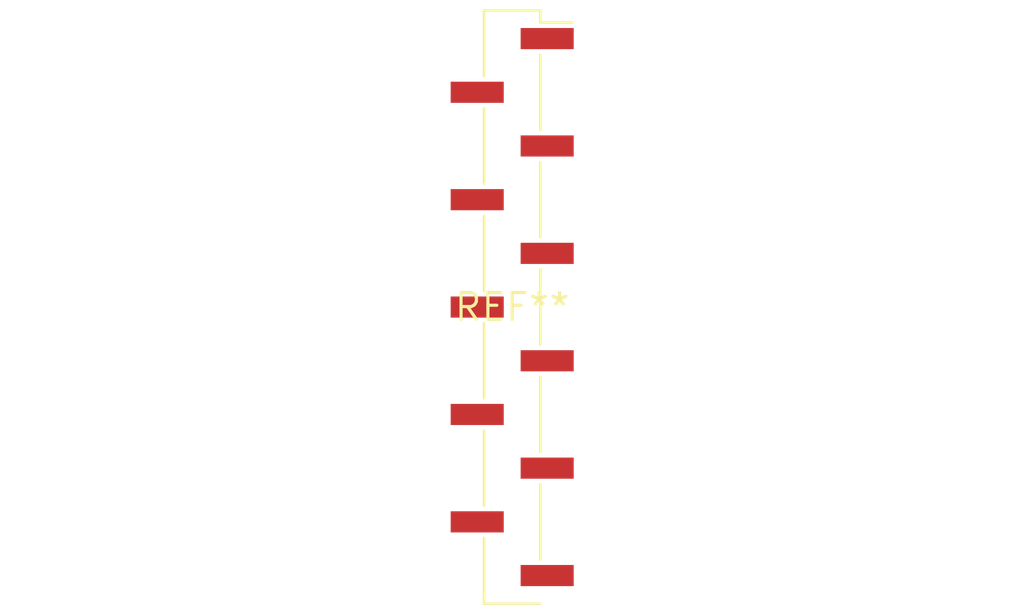
<source format=kicad_pcb>
(kicad_pcb (version 20240108) (generator pcbnew)
  (layers (0 "F.Cu" signal) (31 "B.Cu" signal) (34 "B.Paste" user) (35 "F.Paste" user) (36 "B.SilkS" user "B.Silkscreen") (37 "F.SilkS" user "F.Silkscreen") (38 "B.Mask" user) (39 "F.Mask" user) (44 "Edge.Cuts" user))
  (net 0 "")
  (footprint "PinHeader_1x11_P2.54mm_Vertical_SMD_Pin1Right" (layer "F.Cu") (at 0 0)
    (property "Reference" "REF**")
    (property "Value" "PinHeader_1x11_P2.54mm_Vertical_SMD_Pin1Right")
    (fp_line (start -1.33 -14.03) (end -1.33 -10.92) (layer "F.SilkS") (stroke (width 0.12)))
    (fp_line (start -1.33 -14.03) (end 1.33 -14.03) (layer "F.SilkS") (stroke (width 0.12)))
    (fp_line (start -1.33 -9.4) (end -1.33 -5.84) (layer "F.SilkS") (stroke (width 0.12)))
    (fp_line (start -1.33 -4.32) (end -1.33 -0.76) (layer "F.SilkS") (stroke (width 0.12)))
    (fp_line (start -1.33 0.76) (end -1.33 4.32) (layer "F.SilkS") (stroke (width 0.12)))
    (fp_line (start -1.33 5.84) (end -1.33 9.4) (layer "F.SilkS") (stroke (width 0.12)))
    (fp_line (start -1.33 10.92) (end -1.33 14.03) (layer "F.SilkS") (stroke (width 0.12)))
    (fp_line (start -1.33 13.46) (end -1.33 14.03) (layer "F.SilkS") (stroke (width 0.12)))
    (fp_line (start -1.33 14.03) (end 1.33 14.03) (layer "F.SilkS") (stroke (width 0.12)))
    (fp_line (start 1.33 -14.03) (end 1.33 -13.46) (layer "F.SilkS") (stroke (width 0.12)))
    (fp_line (start 1.33 -13.46) (end 2.85 -13.46) (layer "F.SilkS") (stroke (width 0.12)))
    (fp_line (start 1.33 -11.94) (end 1.33 -8.38) (layer "F.SilkS") (stroke (width 0.12)))
    (fp_line (start 1.33 -6.86) (end 1.33 -3.3) (layer "F.SilkS") (stroke (width 0.12)))
    (fp_line (start 1.33 -1.78) (end 1.33 1.78) (layer "F.SilkS") (stroke (width 0.12)))
    (fp_line (start 1.33 3.3) (end 1.33 6.86) (layer "F.SilkS") (stroke (width 0.12)))
    (fp_line (start 1.33 8.38) (end 1.33 11.94) (layer "F.SilkS") (stroke (width 0.12)))
    (pad "1" smd rect (at 1.655 -12.7) (size 2.51 1) (layers "F.Cu" "F.Paste" "F.Mask"))
    (pad "2" smd rect (at -1.655 -10.16) (size 2.51 1) (layers "F.Cu" "F.Paste" "F.Mask"))
    (pad "3" smd rect (at 1.655 -7.62) (size 2.51 1) (layers "F.Cu" "F.Paste" "F.Mask"))
    (pad "4" smd rect (at -1.655 -5.08) (size 2.51 1) (layers "F.Cu" "F.Paste" "F.Mask"))
    (pad "5" smd rect (at 1.655 -2.54) (size 2.51 1) (layers "F.Cu" "F.Paste" "F.Mask"))
    (pad "6" smd rect (at -1.655 0) (size 2.51 1) (layers "F.Cu" "F.Paste" "F.Mask"))
    (pad "7" smd rect (at 1.655 2.54) (size 2.51 1) (layers "F.Cu" "F.Paste" "F.Mask"))
    (pad "8" smd rect (at -1.655 5.08) (size 2.51 1) (layers "F.Cu" "F.Paste" "F.Mask"))
    (pad "9" smd rect (at 1.655 7.62) (size 2.51 1) (layers "F.Cu" "F.Paste" "F.Mask"))
    (pad "10" smd rect (at -1.655 10.16) (size 2.51 1) (layers "F.Cu" "F.Paste" "F.Mask"))
    (pad "11" smd rect (at 1.655 12.7) (size 2.51 1) (layers "F.Cu" "F.Paste" "F.Mask"))
  )
)
</source>
